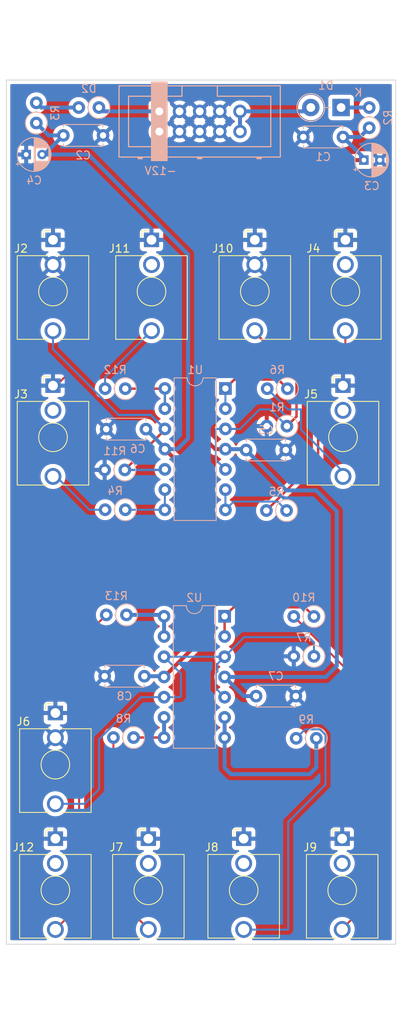
<source format=kicad_pcb>
(kicad_pcb (version 20221018) (generator pcbnew)
  (layers (0 "F.Cu" signal) (31 "B.Cu" signal) (34 "B.Paste" user) (35 "F.Paste" user) (36 "B.SilkS" user "B.Silkscreen") (37 "F.SilkS" user "F.Silkscreen") (38 "B.Mask" user) (39 "F.Mask" user) (44 "Edge.Cuts" user))
  (net 0 "")
  (net 1 "GND")
  (net 2 "+12V")
  (net 3 "-12V")
  (net 4 "/D+")
  (net 5 "/12+")
  (net 6 "/12-")
  (net 7 "/D-")
  (net 8 "Net-(J2-PadT)")
  (net 9 "Net-(J3-PadT)")
  (net 11 "Net-(J4-PadT)")
  (net 13 "Net-(J5-PadT)")
  (net 15 "Net-(J6-PadT)")
  (net 16 "Net-(J7-PadT)")
  (net 18 "Net-(J8-PadT)")
  (net 20 "Net-(J9-PadT)")
  (net 22 "Net-(J10-PadT)")
  (net 23 "Net-(J11-PadT)")
  (net 25 "Net-(J12-PadT)")
  (net 27 "Net-(R4-Pad1)")
  (net 28 "Net-(R5-Pad1)")
  (net 29 "Net-(R6-Pad1)")
  (net 30 "Net-(R8-Pad1)")
  (net 31 "Net-(R9-Pad1)")
  (net 32 "Net-(R10-Pad1)")
  (net 33 "Net-(R12-Pad1)")
  (net 34 "Net-(R13-Pad1)")
  (footprint "Connector_Audio:Jack_3.5mm_QingPu_WQP-PJ398SM_Vertical_CircularHoles" (layer "F.Cu") (at 175.8 54.72)
    (fp_text reference "J4" (at -4.03 1.08 180) (layer "F.SilkS"))
    (fp_text value "OUT2A")
    (pad "S" thru_hole rect (at 0 0 180) (size 1.93 1.83) (drill 1.22) (layers "*.Cu" "*.Mask") (net 1 "GND"))
    (pad "T" thru_hole circle (at 0 11.4 180) (size 2.13 2.13) (drill 1.43) (layers "*.Cu" "*.Mask") (net 11 "Net-(J4-PadT)"))
    (pad "TN" thru_hole circle (at 0 3.1 180) (size 2.13 2.13) (drill 1.42) (layers "*.Cu" "*.Mask"))
    (zone (net 0) (net_name "") (layer "F.Cu") (connect_pads (clearance 0)) (min_thickness 0.254)
      (keepout (tracks not_allowed) (vias not_allowed) (pads not_allowed) (copperpour not_allowed) (footprints not_allowed))
      (fill (thermal_gap 0.508) (thermal_bridge_width 0.508))
      (polygon (pts (xy 177.305141 61.2) (xy 177.28493 60.954171) (xy 177.224841 60.714945) (xy 177.126486 60.488744) (xy 176.992508 60.281645) (xy 176.826504 60.09921) (xy 176.632932 59.946336) (xy 176.416992 59.827131) (xy 176.184482 59.744794) (xy 175.941646 59.701539) (xy 175.695007 59.698525) (xy 175.451187 59.735835) (xy 175.216734 59.812466) (xy 174.997946 59.92636) (xy 174.800697 60.074458) (xy 174.630286 60.252784) (xy 174.491288 60.456548) (xy 174.387436 60.680278) (xy 174.321519 60.917965) (xy 174.295308 61.163226) (xy 174.309507 61.409475) (xy 174.363734 61.650099) (xy 174.456532 61.878634) (xy 174.585411 62.088945) (xy 174.746908 62.275382) (xy 174.936687 62.432939) (xy 175.14965 62.557385) (xy 175.380079 62.645377) (xy 175.621785 62.694553) (xy 175.868278 62.703592) (xy 176.112936 62.67225) (xy 176.349191 62.60137) (xy 176.570697 62.492856) (xy 176.771505 62.349621) (xy 176.946223 62.175512) (xy 177.090158 61.975205) (xy 177.199445 61.754079) (xy 177.271149 61.518074) (xy 177.303344 61.273526)))
    )
  )
  (footprint "Connector_Audio:Jack_3.5mm_QingPu_WQP-PJ398SM_Vertical_CircularHoles" (layer "F.Cu") (at 139.3 114.12)
    (fp_text reference "J6" (at -4.03 1.08 180) (layer "F.SilkS"))
    (fp_text value "IN3")
    (pad "S" thru_hole rect (at 0 0 180) (size 1.93 1.83) (drill 1.22) (layers "*.Cu" "*.Mask") (net 1 "GND"))
    (pad "T" thru_hole circle (at 0 11.4 180) (size 2.13 2.13) (drill 1.43) (layers "*.Cu" "*.Mask") (net 15 "Net-(J6-PadT)"))
    (pad "TN" thru_hole circle (at 0 3.1 180) (size 2.13 2.13) (drill 1.42) (layers "*.Cu" "*.Mask") (net 1 "GND"))
    (zone (net 0) (net_name "") (layer "F.Cu") (connect_pads (clearance 0)) (min_thickness 0.254)
      (keepout (tracks not_allowed) (vias not_allowed) (pads not_allowed) (copperpour not_allowed) (footprints not_allowed))
      (fill (thermal_gap 0.508) (thermal_bridge_width 0.508))
      (polygon (pts (xy 140.805141 120.6) (xy 140.78493 120.354171) (xy 140.724841 120.114945) (xy 140.626486 119.888744) (xy 140.492508 119.681645) (xy 140.326504 119.49921) (xy 140.132932 119.346336) (xy 139.916992 119.227131) (xy 139.684482 119.144794) (xy 139.441646 119.101539) (xy 139.195007 119.098525) (xy 138.951187 119.135835) (xy 138.716734 119.212466) (xy 138.497946 119.32636) (xy 138.300697 119.474458) (xy 138.130286 119.652784) (xy 137.991288 119.856548) (xy 137.887436 120.080278) (xy 137.821519 120.317965) (xy 137.795308 120.563226) (xy 137.809507 120.809475) (xy 137.863734 121.050099) (xy 137.956532 121.278634) (xy 138.085411 121.488945) (xy 138.246908 121.675382) (xy 138.436687 121.832939) (xy 138.64965 121.957385) (xy 138.880079 122.045377) (xy 139.121785 122.094553) (xy 139.368278 122.103592) (xy 139.612936 122.07225) (xy 139.849191 122.00137) (xy 140.070697 121.892856) (xy 140.271505 121.749621) (xy 140.446223 121.575512) (xy 140.590158 121.375205) (xy 140.699445 121.154079) (xy 140.771149 120.918074) (xy 140.803344 120.673526)))
    )
  )
  (footprint "Connector_Audio:Jack_3.5mm_QingPu_WQP-PJ398SM_Vertical_CircularHoles" (layer "F.Cu") (at 139.3 129.9)
    (fp_text reference "J12" (at -4.03 1.08 180) (layer "F.SilkS"))
    (fp_text value "OUT4C")
    (pad "S" thru_hole rect (at 0 0 180) (size 1.93 1.83) (drill 1.22) (layers "*.Cu" "*.Mask") (net 1 "GND"))
    (pad "T" thru_hole circle (at 0 11.4 180) (size 2.13 2.13) (drill 1.43) (layers "*.Cu" "*.Mask") (net 25 "Net-(J12-PadT)"))
    (pad "TN" thru_hole circle (at 0 3.1 180) (size 2.13 2.13) (drill 1.42) (layers "*.Cu" "*.Mask"))
    (zone (net 0) (net_name "") (layer "F.Cu") (connect_pads (clearance 0)) (min_thickness 0.254)
      (keepout (tracks not_allowed) (vias not_allowed) (pads not_allowed) (copperpour not_allowed) (footprints not_allowed))
      (fill (thermal_gap 0.508) (thermal_bridge_width 0.508))
      (polygon (pts (xy 140.805141 136.38) (xy 140.78493 136.134171) (xy 140.724841 135.894945) (xy 140.626486 135.668744) (xy 140.492508 135.461645) (xy 140.326504 135.27921) (xy 140.132932 135.126336) (xy 139.916992 135.007131) (xy 139.684482 134.924794) (xy 139.441646 134.881539) (xy 139.195007 134.878525) (xy 138.951187 134.915835) (xy 138.716734 134.992466) (xy 138.497946 135.10636) (xy 138.300697 135.254458) (xy 138.130286 135.432784) (xy 137.991288 135.636548) (xy 137.887436 135.860278) (xy 137.821519 136.097965) (xy 137.795308 136.343226) (xy 137.809507 136.589475) (xy 137.863734 136.830099) (xy 137.956532 137.058634) (xy 138.085411 137.268945) (xy 138.246908 137.455382) (xy 138.436687 137.612939) (xy 138.64965 137.737385) (xy 138.880079 137.825377) (xy 139.121785 137.874553) (xy 139.368278 137.883592) (xy 139.612936 137.85225) (xy 139.849191 137.78137) (xy 140.070697 137.672856) (xy 140.271505 137.529621) (xy 140.446223 137.355512) (xy 140.590158 137.155205) (xy 140.699445 136.934079) (xy 140.771149 136.698074) (xy 140.803344 136.453526)))
    )
  )
  (footprint "Connector_Audio:Jack_3.5mm_QingPu_WQP-PJ398SM_Vertical_CircularHoles" (layer "F.Cu") (at 164.4 54.72)
    (fp_text reference "J10" (at -4.03 1.08 180) (layer "F.SilkS"))
    (fp_text value "IN1")
    (pad "S" thru_hole rect (at 0 0 180) (size 1.93 1.83) (drill 1.22) (layers "*.Cu" "*.Mask") (net 1 "GND"))
    (pad "T" thru_hole circle (at 0 11.4 180) (size 2.13 2.13) (drill 1.43) (layers "*.Cu" "*.Mask") (net 22 "Net-(J10-PadT)"))
    (pad "TN" thru_hole circle (at 0 3.1 180) (size 2.13 2.13) (drill 1.42) (layers "*.Cu" "*.Mask") (net 1 "GND"))
    (zone (net 0) (net_name "") (layer "F.Cu") (connect_pads (clearance 0)) (min_thickness 0.254)
      (keepout (tracks not_allowed) (vias not_allowed) (pads not_allowed) (copperpour not_allowed) (footprints not_allowed))
      (fill (thermal_gap 0.508) (thermal_bridge_width 0.508))
      (polygon (pts (xy 165.905141 61.2) (xy 165.88493 60.954171) (xy 165.824841 60.714945) (xy 165.726486 60.488744) (xy 165.592508 60.281645) (xy 165.426504 60.09921) (xy 165.232932 59.946336) (xy 165.016992 59.827131) (xy 164.784482 59.744794) (xy 164.541646 59.701539) (xy 164.295007 59.698525) (xy 164.051187 59.735835) (xy 163.816734 59.812466) (xy 163.597946 59.92636) (xy 163.400697 60.074458) (xy 163.230286 60.252784) (xy 163.091288 60.456548) (xy 162.987436 60.680278) (xy 162.921519 60.917965) (xy 162.895308 61.163226) (xy 162.909507 61.409475) (xy 162.963734 61.650099) (xy 163.056532 61.878634) (xy 163.185411 62.088945) (xy 163.346908 62.275382) (xy 163.536687 62.432939) (xy 163.74965 62.557385) (xy 163.980079 62.645377) (xy 164.221785 62.694553) (xy 164.468278 62.703592) (xy 164.712936 62.67225) (xy 164.949191 62.60137) (xy 165.170697 62.492856) (xy 165.371505 62.349621) (xy 165.546223 62.175512) (xy 165.690158 61.975205) (xy 165.799445 61.754079) (xy 165.871149 61.518074) (xy 165.903344 61.273526)))
    )
  )
  (footprint "Connector_Audio:Jack_3.5mm_QingPu_WQP-PJ398SM_Vertical_CircularHoles" (layer "F.Cu") (at 151.4 54.72)
    (fp_text reference "J11" (at -4.03 1.08 180) (layer "F.SilkS"))
    (fp_text value "OUT2B")
    (pad "S" thru_hole rect (at 0 0 180) (size 1.93 1.83) (drill 1.22) (layers "*.Cu" "*.Mask") (net 1 "GND"))
    (pad "T" thru_hole circle (at 0 11.4 180) (size 2.13 2.13) (drill 1.43) (layers "*.Cu" "*.Mask") (net 23 "Net-(J11-PadT)"))
    (pad "TN" thru_hole circle (at 0 3.1 180) (size 2.13 2.13) (drill 1.42) (layers "*.Cu" "*.Mask"))
    (zone (net 0) (net_name "") (layer "F.Cu") (connect_pads (clearance 0)) (min_thickness 0.254)
      (keepout (tracks not_allowed) (vias not_allowed) (pads not_allowed) (copperpour not_allowed) (footprints not_allowed))
      (fill (thermal_gap 0.508) (thermal_bridge_width 0.508))
      (polygon (pts (xy 152.905141 61.2) (xy 152.88493 60.954171) (xy 152.824841 60.714945) (xy 152.726486 60.488744) (xy 152.592508 60.281645) (xy 152.426504 60.09921) (xy 152.232932 59.946336) (xy 152.016992 59.827131) (xy 151.784482 59.744794) (xy 151.541646 59.701539) (xy 151.295007 59.698525) (xy 151.051187 59.735835) (xy 150.816734 59.812466) (xy 150.597946 59.92636) (xy 150.400697 60.074458) (xy 150.230286 60.252784) (xy 150.091288 60.456548) (xy 149.987436 60.680278) (xy 149.921519 60.917965) (xy 149.895308 61.163226) (xy 149.909507 61.409475) (xy 149.963734 61.650099) (xy 150.056532 61.878634) (xy 150.185411 62.088945) (xy 150.346908 62.275382) (xy 150.536687 62.432939) (xy 150.74965 62.557385) (xy 150.980079 62.645377) (xy 151.221785 62.694553) (xy 151.468278 62.703592) (xy 151.712936 62.67225) (xy 151.949191 62.60137) (xy 152.170697 62.492856) (xy 152.371505 62.349621) (xy 152.546223 62.175512) (xy 152.690158 61.975205) (xy 152.799445 61.754079) (xy 152.871149 61.518074) (xy 152.903344 61.273526)))
    )
  )
  (footprint "Connector_Audio:Jack_3.5mm_QingPu_WQP-PJ398SM_Vertical_CircularHoles" (layer "F.Cu") (at 163 129.9)
    (fp_text reference "J8" (at -4.03 1.08 180) (layer "F.SilkS"))
    (fp_text value "OUT2C")
    (pad "S" thru_hole rect (at 0 0 180) (size 1.93 1.83) (drill 1.22) (layers "*.Cu" "*.Mask") (net 1 "GND"))
    (pad "T" thru_hole circle (at 0 11.4 180) (size 2.13 2.13) (drill 1.43) (layers "*.Cu" "*.Mask") (net 18 "Net-(J8-PadT)"))
    (pad "TN" thru_hole circle (at 0 3.1 180) (size 2.13 2.13) (drill 1.42) (layers "*.Cu" "*.Mask"))
    (zone (net 0) (net_name "") (layer "F.Cu") (connect_pads (clearance 0)) (min_thickness 0.254)
      (keepout (tracks not_allowed) (vias not_allowed) (pads not_allowed) (copperpour not_allowed) (footprints not_allowed))
      (fill (thermal_gap 0.508) (thermal_bridge_width 0.508))
      (polygon (pts (xy 164.505141 136.38) (xy 164.48493 136.134171) (xy 164.424841 135.894945) (xy 164.326486 135.668744) (xy 164.192508 135.461645) (xy 164.026504 135.27921) (xy 163.832932 135.126336) (xy 163.616992 135.007131) (xy 163.384482 134.924794) (xy 163.141646 134.881539) (xy 162.895007 134.878525) (xy 162.651187 134.915835) (xy 162.416734 134.992466) (xy 162.197946 135.10636) (xy 162.000697 135.254458) (xy 161.830286 135.432784) (xy 161.691288 135.636548) (xy 161.587436 135.860278) (xy 161.521519 136.097965) (xy 161.495308 136.343226) (xy 161.509507 136.589475) (xy 161.563734 136.830099) (xy 161.656532 137.058634) (xy 161.785411 137.268945) (xy 161.946908 137.455382) (xy 162.136687 137.612939) (xy 162.34965 137.737385) (xy 162.580079 137.825377) (xy 162.821785 137.874553) (xy 163.068278 137.883592) (xy 163.312936 137.85225) (xy 163.549191 137.78137) (xy 163.770697 137.672856) (xy 163.971505 137.529621) (xy 164.146223 137.355512) (xy 164.290158 137.155205) (xy 164.399445 136.934079) (xy 164.471149 136.698074) (xy 164.503344 136.453526)))
    )
  )
  (footprint "Connector_Audio:Jack_3.5mm_QingPu_WQP-PJ398SM_Vertical_CircularHoles" (layer "F.Cu") (at 151 129.9)
    (fp_text reference "J7" (at -4.03 1.08 180) (layer "F.SilkS"))
    (fp_text value "OUT3C")
    (pad "S" thru_hole rect (at 0 0 180) (size 1.93 1.83) (drill 1.22) (layers "*.Cu" "*.Mask") (net 1 "GND"))
    (pad "T" thru_hole circle (at 0 11.4 180) (size 2.13 2.13) (drill 1.43) (layers "*.Cu" "*.Mask") (net 16 "Net-(J7-PadT)"))
    (pad "TN" thru_hole circle (at 0 3.1 180) (size 2.13 2.13) (drill 1.42) (layers "*.Cu" "*.Mask"))
    (zone (net 0) (net_name "") (layer "F.Cu") (connect_pads (clearance 0)) (min_thickness 0.254)
      (keepout (tracks not_allowed) (vias not_allowed) (pads not_allowed) (copperpour not_allowed) (footprints not_allowed))
      (fill (thermal_gap 0.508) (thermal_bridge_width 0.508))
      (polygon (pts (xy 152.505141 136.38) (xy 152.48493 136.134171) (xy 152.424841 135.894945) (xy 152.326486 135.668744) (xy 152.192508 135.461645) (xy 152.026504 135.27921) (xy 151.832932 135.126336) (xy 151.616992 135.007131) (xy 151.384482 134.924794) (xy 151.141646 134.881539) (xy 150.895007 134.878525) (xy 150.651187 134.915835) (xy 150.416734 134.992466) (xy 150.197946 135.10636) (xy 150.000697 135.254458) (xy 149.830286 135.432784) (xy 149.691288 135.636548) (xy 149.587436 135.860278) (xy 149.521519 136.097965) (xy 149.495308 136.343226) (xy 149.509507 136.589475) (xy 149.563734 136.830099) (xy 149.656532 137.058634) (xy 149.785411 137.268945) (xy 149.946908 137.455382) (xy 150.136687 137.612939) (xy 150.34965 137.737385) (xy 150.580079 137.825377) (xy 150.821785 137.874553) (xy 151.068278 137.883592) (xy 151.312936 137.85225) (xy 151.549191 137.78137) (xy 151.770697 137.672856) (xy 151.971505 137.529621) (xy 152.146223 137.355512) (xy 152.290158 137.155205) (xy 152.399445 136.934079) (xy 152.471149 136.698074) (xy 152.503344 136.453526)))
    )
  )
  (footprint "Connector_Audio:Jack_3.5mm_QingPu_WQP-PJ398SM_Vertical_CircularHoles" (layer "F.Cu") (at 175.5 73.02)
    (fp_text reference "J5" (at -4.03 1.08 180) (layer "F.SilkS"))
    (fp_text value "OUT1A")
    (pad "S" thru_hole rect (at 0 0 180) (size 1.93 1.83) (drill 1.22) (layers "*.Cu" "*.Mask") (net 1 "GND"))
    (pad "T" thru_hole circle (at 0 11.4 180) (size 2.13 2.13) (drill 1.43) (layers "*.Cu" "*.Mask") (net 13 "Net-(J5-PadT)"))
    (pad "TN" thru_hole circle (at 0 3.1 180) (size 2.13 2.13) (drill 1.42) (layers "*.Cu" "*.Mask"))
    (zone (net 0) (net_name "") (layer "F.Cu") (connect_pads (clearance 0)) (min_thickness 0.254)
      (keepout (tracks not_allowed) (vias not_allowed) (pads not_allowed) (copperpour not_allowed) (footprints not_allowed))
      (fill (thermal_gap 0.508) (thermal_bridge_width 0.508))
      (polygon (pts (xy 177.005141 79.5) (xy 176.98493 79.254171) (xy 176.924841 79.014945) (xy 176.826486 78.788744) (xy 176.692508 78.581645) (xy 176.526504 78.39921) (xy 176.332932 78.246336) (xy 176.116992 78.127131) (xy 175.884482 78.044794) (xy 175.641646 78.001539) (xy 175.395007 77.998525) (xy 175.151187 78.035835) (xy 174.916734 78.112466) (xy 174.697946 78.22636) (xy 174.500697 78.374458) (xy 174.330286 78.552784) (xy 174.191288 78.756548) (xy 174.087436 78.980278) (xy 174.021519 79.217965) (xy 173.995308 79.463226) (xy 174.009507 79.709475) (xy 174.063734 79.950099) (xy 174.156532 80.178634) (xy 174.285411 80.388945) (xy 174.446908 80.575382) (xy 174.636687 80.732939) (xy 174.84965 80.857385) (xy 175.080079 80.945377) (xy 175.321785 80.994553) (xy 175.568278 81.003592) (xy 175.812936 80.97225) (xy 176.049191 80.90137) (xy 176.270697 80.792856) (xy 176.471505 80.649621) (xy 176.646223 80.475512) (xy 176.790158 80.275205) (xy 176.899445 80.054079) (xy 176.971149 79.818074) (xy 177.003344 79.573526)))
    )
  )
  (footprint "Connector_Audio:Jack_3.5mm_QingPu_WQP-PJ398SM_Vertical_CircularHoles" (layer "F.Cu") (at 175.4 129.9)
    (fp_text reference "J9" (at -4.03 1.08 180) (layer "F.SilkS"))
    (fp_text value "OUT1C")
    (pad "S" thru_hole rect (at 0 0 180) (size 1.93 1.83) (drill 1.22) (layers "*.Cu" "*.Mask") (net 1 "GND"))
    (pad "T" thru_hole circle (at 0 11.4 180) (size 2.13 2.13) (drill 1.43) (layers "*.Cu" "*.Mask") (net 20 "Net-(J9-PadT)"))
    (pad "TN" thru_hole circle (at 0 3.1 180) (size 2.13 2.13) (drill 1.42) (layers "*.Cu" "*.Mask"))
    (zone (net 0) (net_name "") (layer "F.Cu") (connect_pads (clearance 0)) (min_thickness 0.254)
      (keepout (tracks not_allowed) (vias not_allowed) (pads not_allowed) (copperpour not_allowed) (footprints not_allowed))
      (fill (thermal_gap 0.508) (thermal_bridge_width 0.508))
      (polygon (pts (xy 176.905141 136.38) (xy 176.88493 136.134171) (xy 176.824841 135.894945) (xy 176.726486 135.668744) (xy 176.592508 135.461645) (xy 176.426504 135.27921) (xy 176.232932 135.126336) (xy 176.016992 135.007131) (xy 175.784482 134.924794) (xy 175.541646 134.881539) (xy 175.295007 134.878525) (xy 175.051187 134.915835) (xy 174.816734 134.992466) (xy 174.597946 135.10636) (xy 174.400697 135.254458) (xy 174.230286 135.432784) (xy 174.091288 135.636548) (xy 173.987436 135.860278) (xy 173.921519 136.097965) (xy 173.895308 136.343226) (xy 173.909507 136.589475) (xy 173.963734 136.830099) (xy 174.056532 137.058634) (xy 174.185411 137.268945) (xy 174.346908 137.455382) (xy 174.536687 137.612939) (xy 174.74965 137.737385) (xy 174.980079 137.825377) (xy 175.221785 137.874553) (xy 175.468278 137.883592) (xy 175.712936 137.85225) (xy 175.949191 137.78137) (xy 176.170697 137.672856) (xy 176.371505 137.529621) (xy 176.546223 137.355512) (xy 176.690158 137.155205) (xy 176.799445 136.934079) (xy 176.871149 136.698074) (xy 176.903344 136.453526)))
    )
  )
  (footprint "Connector_Audio:Jack_3.5mm_QingPu_WQP-PJ398SM_Vertical_CircularHoles" (layer "F.Cu") (at 139 73.02)
    (fp_text reference "J3" (at -4.03 1.08 180) (layer "F.SilkS"))
    (fp_text value "OUT1A")
    (pad "S" thru_hole rect (at 0 0 180) (size 1.93 1.83) (drill 1.22) (layers "*.Cu" "*.Mask") (net 1 "GND"))
    (pad "T" thru_hole circle (at 0 11.4 180) (size 2.13 2.13) (drill 1.43) (layers "*.Cu" "*.Mask") (net 9 "Net-(J3-PadT)"))
    (pad "TN" thru_hole circle (at 0 3.1 180) (size 2.13 2.13) (drill 1.42) (layers "*.Cu" "*.Mask"))
    (zone (net 0) (net_name "") (layer "F.Cu") (connect_pads (clearance 0)) (min_thickness 0.254)
      (keepout (tracks not_allowed) (vias not_allowed) (pads not_allowed) (copperpour not_allowed) (footprints not_allowed))
      (fill (thermal_gap 0.508) (thermal_bridge_width 0.508))
      (polygon (pts (xy 140.505141 79.5) (xy 140.48493 79.254171) (xy 140.424841 79.014945) (xy 140.326486 78.788744) (xy 140.192508 78.581645) (xy 140.026504 78.39921) (xy 139.832932 78.246336) (xy 139.616992 78.127131) (xy 139.384482 78.044794) (xy 139.141646 78.001539) (xy 138.895007 77.998525) (xy 138.651187 78.035835) (xy 138.416734 78.112466) (xy 138.197946 78.22636) (xy 138.000697 78.374458) (xy 137.830286 78.552784) (xy 137.691288 78.756548) (xy 137.587436 78.980278) (xy 137.521519 79.217965) (xy 137.495308 79.463226) (xy 137.509507 79.709475) (xy 137.563734 79.950099) (xy 137.656532 80.178634) (xy 137.785411 80.388945) (xy 137.946908 80.575382) (xy 138.136687 80.732939) (xy 138.34965 80.857385) (xy 138.580079 80.945377) (xy 138.821785 80.994553) (xy 139.068278 81.003592) (xy 139.312936 80.97225) (xy 139.549191 80.90137) (xy 139.770697 80.792856) (xy 139.971505 80.649621) (xy 140.146223 80.475512) (xy 140.290158 80.275205) (xy 140.399445 80.054079) (xy 140.471149 79.818074) (xy 140.503344 79.573526)))
    )
  )
  (footprint "Connector_Audio:Jack_3.5mm_QingPu_WQP-PJ398SM_Vertical_CircularHoles" (layer "F.Cu") (at 139 54.72)
    (fp_text reference "J2" (at -4.03 1.08 180) (layer "F.SilkS"))
    (fp_text value "IN2")
    (pad "S" thru_hole rect (at 0 0 180) (size 1.93 1.83) (drill 1.22) (layers "*.Cu" "*.Mask") (net 1 "GND"))
    (pad "T" thru_hole circle (at 0 11.4 180) (size 2.13 2.13) (drill 1.43) (layers "*.Cu" "*.Mask") (net 8 "Net-(J2-PadT)"))
    (pad "TN" thru_hole circle (at 0 3.1 180) (size 2.13 2.13) (drill 1.42) (layers "*.Cu" "*.Mask") (net 1 "GND"))
    (zone (net 0) (net_name "") (layer "F.Cu") (connect_pads (clearance 0)) (min_thickness 0.254)
      (keepout (tracks not_allowed) (vias not_allowed) (pads not_allowed) (copperpour not_allowed) (footprints not_allowed))
      (fill (thermal_gap 0.508) (thermal_bridge_width 0.508))
      (polygon (pts (xy 140.505141 61.2) (xy 140.48493 60.954171) (xy 140.424841 60.714945) (xy 140.326486 60.488744) (xy 140.192508 60.281645) (xy 140.026504 60.09921) (xy 139.832932 59.946336) (xy 139.616992 59.827131) (xy 139.384482 59.744794) (xy 139.141646 59.701539) (xy 138.895007 59.698525) (xy 138.651187 59.735835) (xy 138.416734 59.812466) (xy 138.197946 59.92636) (xy 138.000697 60.074458) (xy 137.830286 60.252784) (xy 137.691288 60.456548) (xy 137.587436 60.680278) (xy 137.521519 60.917965) (xy 137.495308 61.163226) (xy 137.509507 61.409475) (xy 137.563734 61.650099) (xy 137.656532 61.878634) (xy 137.785411 62.088945) (xy 137.946908 62.275382) (xy 138.136687 62.432939) (xy 138.34965 62.557385) (xy 138.580079 62.645377) (xy 138.821785 62.694553) (xy 139.068278 62.703592) (xy 139.312936 62.67225) (xy 139.549191 62.60137) (xy 139.770697 62.492856) (xy 139.971505 62.349621) (xy 140.146223 62.175512) (xy 140.290158 61.975205) (xy 140.399445 61.754079) (xy 140.471149 61.518074) (xy 140.503344 61.273526)))
    )
  )
  (footprint "Resistor_THT:R_Axial_DIN0207_L6.3mm_D2.5mm_P2.54mm_Vertical" (layer "B.Cu") (at 171.845 107 180)
    (fp_text reference "R7" (at 1.27 2.37) (layer "B.SilkS") (effects (justify mirror)))
    (fp_text value "100k")
    (pad "1" thru_hole circle (at 0 0 180) (size 1.6 1.6) (drill 0.8) (layers "*.Cu" "*.Mask") (net 15 "Net-(J6-PadT)"))
    (pad "2" thru_hole oval (at 2.54 0 180) (size 1.6 1.6) (drill 0.8) (layers "*.Cu" "*.Mask") (net 1 "GND"))
  )
  (footprint "Resistor_THT:R_Axial_DIN0207_L6.3mm_D2.5mm_P2.54mm_Vertical" (layer "B.Cu") (at 172.145 117.3 180)
    (fp_text reference "R9" (at 1.27 2.37) (layer "B.SilkS") (effects (justify mirror)))
    (fp_text value "1k")
    (pad "1" thru_hole circle (at 0 0 180) (size 1.6 1.6) (drill 0.8) (layers "*.Cu" "*.Mask") (net 31 "Net-(R9-Pad1)"))
    (pad "2" thru_hole oval (at 2.54 0 180) (size 1.6 1.6) (drill 0.8) (layers "*.Cu" "*.Mask") (net 18 "Net-(J8-PadT)"))
  )
  (footprint "Resistor_THT:R_Axial_DIN0207_L6.3mm_D2.5mm_P2.54mm_Vertical" (layer "B.Cu") (at 168.4 88.7 180)
    (fp_text reference "R5" (at 1.27 2.37) (layer "B.SilkS") (effects (justify mirror)))
    (fp_text value "1k")
    (pad "1" thru_hole circle (at 0 0 180) (size 1.6 1.6) (drill 0.8) (layers "*.Cu" "*.Mask") (net 28 "Net-(R5-Pad1)"))
    (pad "2" thru_hole oval (at 2.54 0 180) (size 1.6 1.6) (drill 0.8) (layers "*.Cu" "*.Mask") (net 11 "Net-(J4-PadT)"))
  )
  (footprint "Capacitor_THT:C_Disc_D4.7mm_W2.5mm_P5.00mm" (layer "B.Cu") (at 169.56 112 180)
    (fp_text reference "C7" (at 2.5 2.5) (layer "B.SilkS") (effects (justify mirror)))
    (fp_text value "0.1u")
    (pad "1" thru_hole circle (at 0 0 180) (size 1.6 1.6) (drill 0.8) (layers "*.Cu" "*.Mask") (net 1 "GND"))
    (pad "2" thru_hole circle (at 5 0 180) (size 1.6 1.6) (drill 0.8) (layers "*.Cu" "*.Mask") (net 2 "+12V"))
  )
  (footprint "Capacitor_THT:CP_Radial_D4.0mm_P2.00mm" (layer "B.Cu") (at 135.6274 44)
    (fp_text reference "C4" (at 1 3.25) (layer "B.SilkS") (effects (justify mirror)))
    (fp_text value "47u")
    (pad "1" thru_hole rect (at 0 0) (size 1.2 1.2) (drill 0.6) (layers "*.Cu" "*.Mask") (net 1 "GND"))
    (pad "2" thru_hole circle (at 2 0) (size 1.2 1.2) (drill 0.6) (layers "*.Cu" "*.Mask") (net 3 "-12V"))
  )
  (footprint "Resistor_THT:R_Axial_DIN0207_L6.3mm_D2.5mm_P2.54mm_Vertical" (layer "B.Cu") (at 149.145 117.2 180)
    (fp_text reference "R8" (at 1.27 2.37) (layer "B.SilkS") (effects (justify mirror)))
    (fp_text value "1k")
    (pad "1" thru_hole circle (at 0 0 180) (size 1.6 1.6) (drill 0.8) (layers "*.Cu" "*.Mask") (net 30 "Net-(R8-Pad1)"))
    (pad "2" thru_hole oval (at 2.54 0 180) (size 1.6 1.6) (drill 0.8) (layers "*.Cu" "*.Mask") (net 16 "Net-(J7-PadT)"))
  )
  (footprint "Resistor_THT:R_Axial_DIN0207_L6.3mm_D2.5mm_P2.54mm_Vertical" (layer "B.Cu") (at 178.8 40.645 90)
    (fp_text reference "R2" (at 1.27 2.37 90) (layer "B.SilkS") (effects (justify mirror)))
    (fp_text value "10")
    (pad "1" thru_hole circle (at 0 0 90) (size 1.6 1.6) (drill 0.8) (layers "*.Cu" "*.Mask") (net 2 "+12V"))
    (pad "2" thru_hole oval (at 2.54 0 90) (size 1.6 1.6) (drill 0.8) (layers "*.Cu" "*.Mask") (net 4 "/D+"))
  )
  (footprint "Package_DIP:DIP-14_W7.62mm" (layer "B.Cu") (at 160.7 73.375 180)
    (fp_text reference "U1" (at 3.81 2.33) (layer "B.SilkS") (effects (justify mirror)))
    (fp_text value "TL074")
    (pad "1" thru_hole rect (at 0 0 180) (size 1.6 1.6) (drill 0.8) (layers "*.Cu" "*.Mask") (net 29 "Net-(R6-Pad1)"))
    (pad "2" thru_hole oval (at 0 -2.54 180) (size 1.6 1.6) (drill 0.8) (layers "*.Cu" "*.Mask") (net 29 "Net-(R6-Pad1)"))
    (pad "3" thru_hole oval (at 0 -5.08 180) (size 1.6 1.6) (drill 0.8) (layers "*.Cu" "*.Mask") (net 22 "Net-(J10-PadT)"))
    (pad "4" thru_hole oval (at 0 -7.62 180) (size 1.6 1.6) (drill 0.8) (layers "*.Cu" "*.Mask") (net 2 "+12V"))
    (pad "5" thru_hole oval (at 0 -10.16 180) (size 1.6 1.6) (drill 0.8) (layers "*.Cu" "*.Mask") (net 22 "Net-(J10-PadT)"))
    (pad "6" thru_hole oval (at 0 -12.7 180) (size 1.6 1.6) (drill 0.8) (layers "*.Cu" "*.Mask") (net 28 "Net-(R5-Pad1)"))
    (pad "7" thru_hole oval (at 0 -15.24 180) (size 1.6 1.6) (drill 0.8) (layers "*.Cu" "*.Mask") (net 28 "Net-(R5-Pad1)"))
    (pad "8" thru_hole oval (at 7.62 -15.24 180) (size 1.6 1.6) (drill 0.8) (layers "*.Cu" "*.Mask") (net 27 "Net-(R4-Pad1)"))
    (pad "9" thru_hole oval (at 7.62 -12.7 180) (size 1.6 1.6) (drill 0.8) (layers "*.Cu" "*.Mask") (net 27 "Net-(R4-Pad1)"))
    (pad "10" thru_hole oval (at 7.62 -10.16 180) (size 1.6 1.6) (drill 0.8) (layers "*.Cu" "*.Mask") (net 8 "Net-(J2-PadT)"))
    (pad "11" thru_hole oval (at 7.62 -7.62 180) (size 1.6 1.6) (drill 0.8) (layers "*.Cu" "*.Mask") (net 3 "-12V"))
    (pad "12" thru_hole oval (at 7.62 -5.08 180) (size 1.6 1.6) (drill 0.8) (layers "*.Cu" "*.Mask") (net 8 "Net-(J2-PadT)"))
    (pad "13" thru_hole oval (at 7.62 -2.54 180) (size 1.6 1.6) (drill 0.8) (layers "*.Cu" "*.Mask") (net 33 "Net-(R12-Pad1)"))
    (pad "14" thru_hole oval (at 7.62 0 180) (size 1.6 1.6) (drill 0.8) (layers "*.Cu" "*.Mask") (net 33 "Net-(R12-Pad1)"))
  )
  (footprint "Package_DIP:DIP-14_W7.62mm" (layer "B.Cu") (at 160.6 101.975 180)
    (fp_text reference "U2" (at 3.81 2.33) (layer "B.SilkS") (effects (justify mirror)))
    (fp_text value "TL074")
    (pad "1" thru_hole rect (at 0 0 180) (size 1.6 1.6) (drill 0.8) (layers "*.Cu" "*.Mask") (net 32 "Net-(R10-Pad1)"))
    (pad "2" thru_hole oval (at 0 -2.54 180) (size 1.6 1.6) (drill 0.8) (layers "*.Cu" "*.Mask") (net 32 "Net-(R10-Pad1)"))
    (pad "3" thru_hole oval (at 0 -5.08 180) (size 1.6 1.6) (drill 0.8) (layers "*.Cu" "*.Mask") (net 15 "Net-(J6-PadT)"))
    (pad "4" thru_hole oval (at 0 -7.62 180) (size 1.6 1.6) (drill 0.8) (layers "*.Cu" "*.Mask") (net 2 "+12V"))
    (pad "5" thru_hole oval (at 0 -10.16 180) (size 1.6 1.6) (drill 0.8) (layers "*.Cu" "*.Mask") (net 15 "Net-(J6-PadT)"))
    (pad "6" thru_hole oval (at 0 -12.7 180) (size 1.6 1.6) (drill 0.8) (layers "*.Cu" "*.Mask") (net 31 "Net-(R9-Pad1)"))
    (pad "7" thru_hole oval (at 0 -15.24 180) (size 1.6 1.6) (drill 0.8) (layers "*.Cu" "*.Mask") (net 31 "Net-(R9-Pad1)"))
    (pad "8" thru_hole oval (at 7.62 -15.24 180) (size 1.6 1.6) (drill 0.8) (layers "*.Cu" "*.Mask") (net 30 "Net-(R8-Pad1)"))
    (pad "9" thru_hole oval (at 7.62 -12.7 180) (size 1.6 1.6) (drill 0.8) (layers "*.Cu" "*.Mask") (net 30 "Net-(R8-Pad1)"))
    (pad "10" thru_hole oval (at 7.62 -10.16 180) (size 1.6 1.6) (drill 0.8) (layers "*.Cu" "*.Mask") (net 15 "Net-(J6-PadT)"))
    (pad "11" thru_hole oval (at 7.62 -7.62 180) (size 1.6 1.6) (drill 0.8) (layers "*.Cu" "*.Mask") (net 3 "-12V"))
    (pad "12" thru_hole oval (at 7.62 -5.08 180) (size 1.6 1.6) (drill 0.8) (layers "*.Cu" "*.Mask") (net 15 "Net-(J6-PadT)"))
    (pad "13" thru_hole oval (at 7.62 -2.54 180) (size 1.6 1.6) (drill 0.8) (layers "*.Cu" "*.Mask") (net 34 "Net-(R13-Pad1)"))
    (pad "14" thru_hole oval (at 7.62 0 180) (size 1.6 1.6) (drill 0.8) (layers "*.Cu" "*.Mask") (net 34 "Net-(R13-Pad1)"))
  )
  (footprint "Capacitor_THT:CP_Radial_D4.0mm_P2.00mm" (layer "B.Cu") (at 178.1274 44.7)
    (fp_text reference "C3" (at 1 3.25) (layer "B.SilkS") (effects (justify mirror)))
    (fp_text value "47u")
    (pad "1" thru_hole rect (at 0 0) (size 1.2 1.2) (drill 0.6) (layers "*.Cu" "*.Mask") (net 2 "+12V"))
    (pad "2" thru_hole circle (at 2 0) (size 1.2 1.2) (drill 0.6) (layers "*.Cu" "*.Mask") (net 1 "GND"))
  )
  (footprint "Resistor_THT:R_Axial_DIN0207_L6.3mm_D2.5mm_P2.54mm_Vertical" (layer "B.Cu") (at 168.5 73.4 180)
    (fp_text reference "R6" (at 1.27 2.37) (layer "B.SilkS") (effects (justify mirror)))
    (fp_text value "1k")
    (pad "1" thru_hole circle (at 0 0 180) (size 1.6 1.6) (drill 0.8) (layers "*.Cu" "*.Mask") (net 29 "Net-(R6-Pad1)"))
    (pad "2" thru_hole oval (at 2.54 0 180) (size 1.6 1.6) (drill 0.8) (layers "*.Cu" "*.Mask") (net 13 "Net-(J5-PadT)"))
  )
  (footprint "Capacitor_THT:C_Disc_D4.7mm_W2.5mm_P5.00mm" (layer "B.Cu") (at 168.3 81.1 180)
    (fp_text reference "C5" (at 2.5 2.5) (layer "B.SilkS") (effects (justify mirror)))
    (fp_text value "0.1u")
    (pad "1" thru_hole circle (at 0 0 180) (size 1.6 1.6) (drill 0.8) (layers "*.Cu" "*.Mask") (net 1 "GND"))
    (pad "2" thru_hole circle (at 5 0 180) (size 1.6 1.6) (drill 0.8) (layers "*.Cu" "*.Mask") (net 2 "+12V"))
  )
  (footprint "Resistor_THT:R_Axial_DIN0207_L6.3mm_D2.5mm_P2.54mm_Vertical" (layer "B.Cu") (at 148.245 101.8 180)
    (fp_text reference "R13" (at 1.27 2.37) (layer "B.SilkS") (effects (justify mirror)))
    (fp_text value "1k")
    (pad "1" thru_hole circle (at 0 0 180) (size 1.6 1.6) (drill 0.8) (layers "*.Cu" "*.Mask") (net 34 "Net-(R13-Pad1)"))
    (pad "2" thru_hole oval (at 2.54 0 180) (size 1.6 1.6) (drill 0.8) (layers "*.Cu" "*.Mask") (net 25 "Net-(J12-PadT)"))
  )
  (footprint "Custom_Footprints.pretty-master:Eurorack_10_pin_header" (layer "B.Cu") (at 152.38 38.58)
    (fp_text reference "J1" hide)
    (fp_text value "Eurorack 10 DIP Header")
    (fp_text user "-12V" (at 0.16 7.47 180) (layer "B.SilkS") (effects (justify mirror)))
    (pad "1" thru_hole rect (at 0 0) (size 1.7 1.7) (drill 1) (layers "*.Cu" "*.Mask") (net 6 "/12-"))
    (pad "2" thru_hole circle (at 0 2.54) (size 1.7 1.7) (drill 1) (layers "*.Cu" "*.Mask") (net 6 "/12-"))
    (pad "3" thru_hole circle (at 2.54 0) (size 1.7 1.7) (drill 1) (layers "*.Cu" "*.Mask") (net 1 "GND"))
    (pad "4" thru_hole circle (at 2.54 2.54) (size 1.7 1.7) (drill 1) (layers "*.Cu" "*.Mask") (net 1 "GND"))
    (pad "5" thru_hole circle (at 5.08 0) (size 1.7 1.7) (drill 1) (layers "*.Cu" "*.Mask") (net 1 "GND"))
    (pad "6" thru_hole circle (at 5.08 2.54) (size 1.7 1.7) (drill 1) (layers "*.Cu" "*.Mask") (net 1 "GND"))
    (pad "7" thru_hole circle (at 7.62 0) (size 1.7 1.7) (drill 1) (layers "*.Cu" "*.Mask") (net 1 "GND"))
    (pad "8" thru_hole circle (at 7.62 2.54) (size 1.7 1.7) (drill 1) (layers "*.Cu" "*.Mask") (net 1 "GND"))
    (pad "9" thru_hole circle (at 10.16 0) (size 1.7 1.7) (drill 1) (layers "*.Cu" "*.Mask") (net 5 "/12+"))
    (pad "10" thru_hole circle (at 10.16 2.54) (size 1.7 1.7) (drill 1) (layers "*.Cu" "*.Mask") (net 5 "/12+"))
  )
  (footprint "Resistor_THT:R_Axial_DIN0207_L6.3mm_D2.5mm_P2.54mm_Vertical" (layer "B.Cu") (at 168.445 78.1 180)
    (fp_text reference "R1" (at 1.27 2.37) (layer "B.SilkS") (effects (justify mirror)))
    (fp_text value "100k")
    (pad "1" thru_hole circle (at 0 0 180) (size 1.6 1.6) (drill 0.8) (layers "*.Cu" "*.Mask") (net 22 "Net-(J10-PadT)"))
    (pad "2" thru_hole oval (at 2.54 0 180) (size 1.6 1.6) (drill 0.8) (layers "*.Cu" "*.Mask") (net 1 "GND"))
  )
  (footprint "Resistor_THT:R_Axial_DIN0207_L6.3mm_D2.5mm_P2.54mm_Vertical" (layer "B.Cu") (at 148.04 83.6 180)
    (fp_text reference "R11" (at 1.27 2.37) (layer "B.SilkS") (effects (justify mirror)))
    (fp_text value "100k")
    (pad "1" thru_hole circle (at 0 0 180) (size 1.6 1.6) (drill 0.8) (layers "*.Cu" "*.Mask") (net 8 "Net-(J2-PadT)"))
    (pad "2" thru_hole oval (at 2.54 0 180) (size 1.6 1.6) (drill 0.8) (layers "*.Cu" "*.Mask") (net 1 "GND"))
  )
  (footprint "Resistor_THT:R_Axial_DIN0207_L6.3mm_D2.5mm_P2.54mm_Vertical" (layer "B.Cu") (at 148.1 73.4 180)
    (fp_text reference "R12" (at 1.27 2.37) (layer "B.SilkS") (effects (justify mirror)))
    (fp_text value "1k")
    (pad "1" thru_hole circle (at 0 0 180) (size 1.6 1.6) (drill 0.8) (layers "*.Cu" "*.Mask") (net 33 "Net-(R12-Pad1)"))
    (pad "2" thru_hole oval (at 2.54 0 180) (size 1.6 1.6) (drill 0.8) (layers "*.Cu" "*.Mask") (net 23 "Net-(J11-PadT)"))
  )
  (footprint "Capacitor_THT:C_Disc_D4.7mm_W2.5mm_P5.00mm" (layer "B.Cu") (at 145.7 78.48)
    (fp_text reference "C6" (at 3.97 2.47) (layer "B.SilkS") (effects (justify mirror)))
    (fp_text value "0.1u")
    (pad "1" thru_hole circle (at 0 0) (size 1.6 1.6) (drill 0.8) (layers "*.Cu" "*.Mask") (net 1 "GND"))
    (pad "2" thru_hole circle (at 5 0) (size 1.6 1.6) (drill 0.8) (layers "*.Cu" "*.Mask") (net 3 "-12V"))
  )
  (footprint "Diode_THT:D_DO-41_SOD81_P3.81mm_Vertical_KathodeUp" (layer "B.Cu") (at 175.26 38.1 180)
    (fp_text reference "D1" (at 1.905 2.750635) (layer "B.SilkS") (effects (justify mirror)))
    (fp_text value "1N5819")
    (fp_text user "K" (at -2.16 1.88) (layer "B.SilkS") (effects (justify mirror)))
    (pad "1" thru_hole rect (at 0 0 180) (size 2.2 2.2) (drill 1.1) (layers "*.Cu" "*.Mask") (net 4 "/D+"))
    (pad "2" thru_hole oval (at 3.81 0 180) (size 2.2 2.2) (drill 1.1) (layers "*.Cu" "*.Mask") (net 5 "/12+"))
  )
  (footprint "Resistor_THT:R_Axial_DIN0207_L6.3mm_D2.5mm_P2.54mm_Vertical" (layer "B.Cu") (at 148.1 88.6 180)
    (fp_text reference "R4" (at 1.27 2.37) (layer "B.SilkS") (effects (justify mirror)))
    (fp_text value "1k")
    (pad "1" thru_hole circle (at 0 0 180) (size 1.6 1.6) (drill 0.8) (layers "*.Cu" "*.Mask") (net 27 "Net-(R4-Pad1)"))
    (pad "2" thru_hole oval (at 2.54 0 180) (size 1.6 1.6) (drill 0.8) (layers "*.Cu" "*.Mask") (net 9 "Net-(J3-PadT)"))
  )
  (footprint "Resistor_THT:R_Axial_DIN0207_L6.3mm_D2.5mm_P2.54mm_Vertical" (layer "B.Cu") (at 144.78 38.1 180)
    (fp_text reference "D2" (at 1.27 2.37) (layer "B.SilkS") (effects (justify mirror)))
    (fp_text value "1N5819")
    (pad "1" thru_hole circle (at 0 0 180) (size 1.6 1.6) (drill 0.8) (layers "*.Cu" "*.Mask") (net 6 "/12-"))
    (pad "2" thru_hole oval (at 2.54 0 180) (size 1.6 1.6) (drill 0.8) (layers "*.Cu" "*.Mask") (net 7 "/D-"))
  )
  (footprint "Capacitor_THT:C_Disc_D4.7mm_W2.5mm_P5.00mm" (layer "B.Cu") (at 140.3 41.6)
    (fp_text reference "C2" (at 2.5 2.5) (layer "B.SilkS") (effects (justify mirror)))
    (fp_text value "0.1u")
    (pad "1" thru_hole circle (at 0 0) (size 1.6 1.6) (drill 0.8) (layers "*.Cu" "*.Mask") (net 3 "-12V"))
    (pad "2" thru_hole circle (at 5 0) (size 1.6 1.6) (drill 0.8) (layers "*.Cu" "*.Mask") (net 1 "GND"))
  )
  (footprint "Capacitor_THT:C_Disc_D4.7mm_W2.5mm_P5.00mm" (layer "B.Cu") (at 170.5 41.8)
    (fp_text reference "C1" (at 2.5 2.5) (layer "B.SilkS") (effects (justify mirror)))
    (fp_text value "0.1u")
    (pad "1" thru_hole circle (at 0 0) (size 1.6 1.6) (drill 0.8) (layers "*.Cu" "*.Mask") (net 1 "GND"))
    (pad "2" thru_hole circle (at 5 0) (size 1.6 1.6) (drill 0.8) (layers "*.Cu" "*.Mask") (net 2 "+12V"))
  )
  (footprint "Capacitor_THT:C_Disc_D4.7mm_W2.5mm_P5.00mm" (layer "B.Cu") (at 145.5 109.5)
    (fp_text reference "C8" (at 2.5 2.5) (layer "B.SilkS") (effects (justify mirror)))
    (fp_text value "0.1u")
    (pad "1" thru_hole circle (at 0 0) (size 1.6 1.6) (drill 0.8) (layers "*.Cu" "*.Mask") (net 1 "GND"))
    (pad "2" thru_hole circle (at 5 0) (size 1.6 1.6) (drill 0.8) (layers "*.Cu" "*.Mask") (net 3 "-12V"))
  )
  (footprint "Resistor_THT:R_Axial_DIN0207_L6.3mm_D2.5mm_P2.54mm_Vertical" (layer "B.Cu") (at 136.9 40.045 90)
    (fp_text reference "R3" (at 1.27 2.37 90) (layer "B.SilkS") (effects (justify mirror)))
    (fp_text value "10")
    (pad "1" thru_hole circle (at 0 0 90) (size 1.6 1.6) (drill 0.8) (layers "*.Cu" "*.Mask") (net 3 "-12V"))
    (pad "2" thru_hole oval (at 2.54 0 90) (size 1.6 1.6) (drill 0.8) (layers "*.Cu" "*.Mask") (net 7 "/D-"))
  )
  (footprint "Resistor_THT:R_Axial_DIN0207_L6.3mm_D2.5mm_P2.54mm_Vertical" (layer "B.Cu") (at 171.845 102 180)
    (fp_text reference "R10" (at 1.27 2.37) (layer "B.SilkS") (effects (justify mirror)))
    (fp_text value "1k")
    (pad "1" thru_hole circle (at 0 0 180) (size 1.6 1.6) (drill 0.8) (layers "*.Cu" "*.Mask") (net 32 "Net-(R10-Pad1)"))
    (pad "2" thru_hole oval (at 2.54 0 180) (size 1.6 1.6) (drill 0.8) (layers "*.Cu" "*.Mask") (net 20 "Net-(J9-PadT)"))
  )
  (gr_line (start 133.13 143.15) (end 182.13 143.15) (stroke (width 0.1)) (layer "Edge.Cuts"))
  (gr_line (start 182.13 143.15) (end 182.13 34.65) (stroke (width 0.1)) (layer "Edge.Cuts"))
  (gr_line (start 133.13 34.65) (end 133.13 143.15) (stroke (width 0.1)) (layer "Edge.Cuts"))
  (gr_line (start 133.13 34.65) (end 182.13 34.65) (stroke (width 0.1)) (layer "Edge.Cuts"))
  (segment (start 139 57.82) (end 142 60.82) (width 0.25) (layer "F.Cu") (net 1))
  (segment (start 142 70.42) (end 139.4 73.02) (width 0.25) (layer "F.Cu") (net 1))
  (segment (start 142 60.82) (end 142 70.42) (width 0.25) (layer "F.Cu") (net 1))
  (segment (start 178.1274 44.7) (end 167.42 44.7) (width 0.5) (layer "F.Cu") (net 2))
  (segment (start 167.42 44.7) (end 157.62 54.5) (width 0.5) (layer "F.Cu") (net 2))
  (segment (start 157.62 79.19) (end 159.425 80.995) (width 0.5) (layer "F.Cu") (net 2))
  (segment (start 159.425 80.995) (end 160.7 80.995) (width 0.5) (layer "F.Cu") (net 2))
  (segment (start 157.62 54.5) (end 157.62 79.19) (width 0.5) (layer "F.Cu") (net 2))
  (segment (start 163.195 80.995) (end 163.3 81.1) (width 0.5) (layer "B.Cu") (net 2))
  (segment (start 175.5 41.8) (end 177.645 41.8) (width 0.5) (layer "B.Cu") (net 2))
  (segment (start 175.5 41.8) (end 178.1274 44.4274) (width 0.5) (layer "B.Cu") (net 2))
  (segment (start 172.108198 86.171802) (end 168.371802 86.171802) (width 0.5) (layer "B.Cu") (net 2))
  (segment (start 163.005 112) (end 160.6 109.595) (width 0.5) (layer "B.Cu") (net 2))
  (segment (start 177.645 41.8) (end 178.8 40.645) (width 0.5) (layer "B.Cu") (net 2))
  (segment (start 160.7 80.995) (end 163.195 80.995) (width 0.5) (layer "B.Cu") (net 2))
  (segment (start 174.72 108.21) (end 174.72 88.783604) (width 0.5) (layer "B.Cu") (net 2))
  (segment (start 160.6 109.595) (end 173.335 109.595) (width 0.5) (layer "B.Cu") (net 2))
  (segment (start 178.1274 44.4274) (end 178.1274 44.7) (width 0.5) (layer "B.Cu") (net 2))
  (segment (start 164.56 112) (end 163.005 112) (width 0.5) (layer "B.Cu") (net 2))
  (segment (start 174.72 88.783604) (end 172.108198 86.171802) (width 0.5) (layer "B.Cu") (net 2))
  (segment (start 173.335 109.595) (end 174.72 108.21) (width 0.5) (layer "B.Cu") (net 2))
  (segment (start 168.371802 86.171802) (end 163.3 81.1) (width 0.5) (layer "B.Cu") (net 2))
  (segment (start 156.57 106.005) (end 152.98 109.595) (width 0.5) (layer "F.Cu") (net 3))
  (segment (start 153.08 80.995) (end 156.57 84.485) (width 0.5) (layer "F.Cu") (net 3))
  (segment (start 156.57 84.485) (end 156.57 106.005) (width 0.5) (layer "F.Cu") (net 3))
  (segment (start 138.455 41.6) (end 136.9 40.045) (width 0.5) (layer "B.Cu") (net 3))
  (segment (start 152.885 109.5) (end 152.98 109.595) (width 0.5) (layer "B.Cu") (net 3))
  (segment (start 137.9 44) (end 137.6274 44) (width 0.5) (layer "B.Cu") (net 3))
  (segment (start 137.6274 44) (end 143.46 44) (width 0.5) (layer "B.Cu") (net 3))
  (segment (start 143.46 44) (end 156 56.54) (width 0.5) (layer "B.Cu") (net 3))
  (segment (start 153.08 80.86) (end 150.7 78.48) (width 0.5) (layer "B.Cu") (net 3))
  (segment (start 150.5 109.5) (end 152.885 109.5) (width 0.5) (layer "B.Cu") (net 3))
  (segment (start 156 56.54) (end 156 79.65) (width 0.5) (layer "B.Cu") (net 3))
  (segment (start 154.655 80.995) (end 156 79.65) (width 0.5) (layer "B.Cu") (net 3))
  (segment (start 153.08 80.995) (end 153.08 80.86) (width 0.5) (layer "B.Cu") (net 3))
  (segment (start 140.3 41.6) (end 138.455 41.6) (width 0.5) (layer "B.Cu") (net 3))
  (segment (start 140.3 41.6) (end 137.9 44) (width 0.5) (layer "B.Cu") (net 3))
  (segment (start 153.08 80.995) (end 154.655 80.995) (width 0.5) (layer "B.Cu") (net 3))
  (segment (start 175.26 38.1) (end 178.795 38.1) (width 0.5) (layer "B.Cu") (net 4))
  (segment (start 178.795 38.1) (end 178.8 38.105) (width 0.5) (layer "B.Cu") (net 4))
  (segment (start 162.54 41.12) (end 162.54 38.58) (width 0.5) (layer "B.Cu") (net 5))
  (segment (start 170.97 38.58) (end 171.45 38.1) (width 0.5) (layer "B.Cu") (net 5))
  (segment (start 162.54 38.58) (end 170.97 38.58) (width 0.5) (layer "B.Cu") (net 5))
  (segment (start 152.38 38.58) (end 145.26 38.58) (width 0.5) (layer "B.Cu") (net 6))
  (segment (start 152.38 38.58) (end 152.38 41.12) (width 0.5) (layer "B.Cu") (net 6))
  (segment (start 145.26 38.58) (end 144.78 38.1) (width 0.5) (layer "B.Cu") (net 6))
  (segment (start 137.495 38.1) (end 136.9 37.505) (width 0.5) (layer "B.Cu") (net 7))
  (segment (start 142.24 38.1) (end 137.495 38.1) (width 0.5) (layer "B.Cu") (net 7))
  (segment (start 153.08 78.56) (end 153.08 78.455) (width 0.3) (layer "F.Cu") (net 8))
  (segment (start 148.04 83.6) (end 153.08 78.56) (width 0.3) (layer "F.Cu") (net 8))
  (segment (start 147.269009 76.7) (end 151.325 76.7) (width 0.3) (layer "B.Cu") (net 8))
  (segment (start 139 68.430991) (end 147.269009 76.7) (width 0.25) (layer "B.Cu") (net 8))
  (segment (start 151.325 76.7) (end 153.08 78.455) (width 0.3) (layer "B.Cu") (net 8))
  (segment (start 148.04 83.6) (end 153.015 83.6) (width 0.3) (layer "B.Cu") (net 8))
  (segment (start 153.015 83.6) (end 153.08 83.535) (width 0.3) (layer "B.Cu") (net 8))
  (segment (start 139 66.12) (end 139 68.430991) (width 0.25) (layer "B.Cu") (net 8))
  (segment (start 143.58 88.6) (end 139.4 84.42) (width 0.25) (layer "B.Cu") (net 9))
  (segment (start 145.56 88.6) (end 143.58 88.6) (width 0.25) (layer "B.Cu") (net 9))
  (segment (start 172.37 72.33) (end 172.735 71.965) (width 0.3) (layer "F.Cu") (net 11))
  (segment (start 175.8 66.72) (end 175.8 68.9) (width 0.25) (layer "F.Cu") (net 11))
  (segment (start 172.37 82.19) (end 172.37 72.33) (width 0.3) (layer "F.Cu") (net 11))
  (segment (start 175.8 68.9) (end 172.735 71.965) (width 0.25) (layer "F.Cu") (net 11))
  (segment (start 165.86 88.7) (end 172.37 82.19) (width 0.3) (layer "F.Cu") (net 11))
  (segment (start 175.5 83.82) (end 170.2 78.52) (width 0.25) (layer "B.Cu") (net 13))
  (segment (start 170.2 78.52) (end 170.2 76) (width 0.25) (layer "B.Cu") (net 13))
  (segment (start 168.56 76) (end 165.96 73.4) (width 0.25) (layer "B.Cu") (net 13))
  (segment (start 170.2 76) (end 168.56 76) (width 0.25) (layer "B.Cu") (net 13))
  (segment (start 152.98 107.055) (end 160.6 107.055) (width 0.25) (layer "B.Cu") (net 15))
  (segment (start 144.8 117.4) (end 144.8 123.7) (width 0.25) (layer "B.Cu") (net 15))
  (segment (start 171.2 104.6) (end 163.055 104.6) (width 0.25) (layer "B.Cu") (net 15))
  (segment (start 144.9 117.3) (end 144.8 117.4) (width 0.25) (layer "B.Cu") (net 15))
  (segment (start 159.7 108.9) (end 159.475 109.125) (width 0.25) (layer "B.Cu") (net 15))
  (segment (start 159.7 107.955) (end 159.7 108.9) (width 0.25) (layer "B.Cu") (net 15))
  (segment (start 154.965 112.135) (end 152.98 112.135) (width 0.25) (layer "B.Cu") (net 15))
  (segment (start 171.845 105.245) (end 171.2 104.6) (width 0.25) (layer "B.Cu") (net 15))
  (segment (start 155.1 109.175) (end 155.1 112) (width 0.25) (layer "B.Cu") (net 15))
  (segment (start 150.079009 112.135) (end 144.914009 117.3) (width 0.25) (layer "B.Cu") (net 15))
  (segment (start 152.98 107.055) (end 155.1 109.175) (width 0.25) (layer "B.Cu") (net 15))
  (segment (start 142.98 125.52) (end 139.4 125.52) (width 0.25) (layer "B.Cu") (net 15))
  (segment (start 144.8 123.7) (end 142.98 125.52) (width 0.25) (layer "B.Cu") (net 15))
  (segment (start 171.845 107) (end 171.845 105.245) (width 0.25) (layer "B.Cu") (net 15))
  (segment (start 159.475 111.01) (end 160.6 112.135) (width 0.25) (layer "B.Cu") (net 15))
  (segment (start 155.1 112) (end 154.965 112.135) (width 0.25) (layer "B.Cu") (net 15))
  (segment (start 163.055 104.6) (end 160.6 107.055) (width 0.25) (layer "B.Cu") (net 15))
  (segment (start 160.6 107.055) (end 159.7 107.955) (width 0.25) (layer "B.Cu") (net 15))
  (segment (start 152.98 112.135) (end 150.079009 112.135) (width 0.25) (layer "B.Cu") (net 15))
  (segment (start 159.475 109.125) (end 159.475 111.01) (width 0.25) (layer "B.Cu") (net 15))
  (segment (start 144.914009 117.3) (end 144.9 117.3) (width 0.25) (layer "B.Cu") (net 15))
  (segment (start 151 141.22) (end 146.605 136.825) (width 0.25) (layer "F.Cu") (net 16))
  (segment (start 146.605 136.825) (end 146.605 117.2) (width 0.25) (layer "F.Cu") (net 16))
  (segment (start 168.6 141.3) (end 168.58 141.32) (width 0.25) (layer "B.Cu") (net 18))
  (segment (start 168.6 127.8) (end 168.6 141.3) (width 0.25) (layer "B.Cu") (net 18))
  (segment (start 173.3 123.1) (end 168.6 127.8) (width 0.25) (layer "B.Cu") (net 18))
  (segment (start 169.605 117.3) (end 170.73 116.175) (width 0.25) (layer "B.Cu") (net 18))
  (segment (start 168.58 141.32) (end 163 141.32) (width 0.25) (layer "B.Cu") (net 18))
  (segment (start 172.610991 116.175) (end 173.3 116.864009) (width 0.25) (layer "B.Cu") (net 18))
  (segment (start 170.73 116.175) (end 172.610991 116.175) (width 0.25) (layer "B.Cu") (net 18))
  (segment (start 173.3 116.864009) (end 173.3 123.1) (width 0.25) (layer "B.Cu") (net 18))
  (segment (start 178.2 110.895) (end 169.305 102) (width 0.25) (layer "F.Cu") (net 20))
  (segment (start 178.2 138.42) (end 178.2 110.895) (width 0.25) (layer "F.Cu") (net 20))
  (segment (start 175.4 141.22) (end 178.2 138.42) (width 0.25) (layer "F.Cu") (net 20))
  (segment (start 169.65 71.57) (end 164.4 66.32) (width 0.3) (layer "F.Cu") (net 22))
  (segment (start 168.445 78.1) (end 169.65 76.895) (width 0.3) (layer "F.Cu") (net 22))
  (segment (start 169.65 76.895) (end 169.65 71.57) (width 0.3) (layer "F.Cu") (net 22))
  (segment (start 160.7 83.535) (end 159.5 82.335) (width 0.25) (layer "B.Cu") (net 22))
  (segment (start 160.7 78.455) (end 162.545 78.455) (width 0.25) (layer "B.Cu") (net 22))
  (segment (start 165 76) (end 166.345 76) (width 0.25) (layer "B.Cu") (net 22))
  (segment (start 159.5 82.335) (end 159.5 78.5) (width 0.25) (layer "B.Cu") (net 22))
  (segment (start 166.345 76) (end 168.445 78.1) (width 0.25) (layer "B.Cu") (net 22))
  (segment (start 159.5 78.5) (end 159.545 78.455) (width 0.25) (layer "B.Cu") (net 22))
  (segment (start 159.545 78.455) (end 160.7 78.455) (width 0.25) (layer "B.Cu") (net 22))
  (segment (start 162.545 78.455) (end 165 76) (width 0.25) (layer "B.Cu") (net 22))
  (segment (start 145.56 71.96) (end 145.56 73.4) (width 0.25) (layer "B.Cu") (net 23))
  (segment (start 151.4 66.12) (end 145.56 71.96) (width 0.25) (layer "B.Cu") (net 23))
  (segment (start 142.29 138.31) (end 142.29 105.215) (width 0.25) (layer "F.Cu") (net 25))
  (segment (start 139.3 141.3) (end 142.29 138.31) (width 0.25) (layer "F.Cu") (net 25))
  (segment (start 142.29 105.215) (end 145.705 101.8) (width 0.25) (layer "F.Cu") (net 25))
  (segment (start 153.065 88.6) (end 153.08 88.615) (width 0.25) (layer "B.Cu") (net 27))
  (segment (start 153.08 88.615) (end 153.08 86.075) (width 0.25) (layer "B.Cu") (net 27))
  (segment (start 148.1 88.6) (end 153.065 88.6) (width 0.25) (layer "B.Cu") (net 27))
  (segment (start 168.4 88.7) (end 167.275 87.575) (width 0.25) (layer "B.Cu") (net 28))
  (segment (start 167.275 87.575) (end 161.74 87.575) (width 0.25) (layer "B.Cu") (net 28))
  (segment (start 160.7 86.075) (end 160.7 88.615) (width 0.25) (layer "B.Cu") (net 28))
  (segment (start 161.74 87.575) (end 160.7 88.615) (width 0.25) (layer "B.Cu") (net 28))
  (segment (start 167.35 72.25) (end 168.5 73.4) (width 0.3) (layer "F.Cu") (net 29))
  (segment (start 160.7 73.375) (end 161.825 72.25) (width 0.3) (layer "F.Cu") (net 29))
  (segment (start 161.825 72.25) (end 167.35 72.25) (width 0.3) (layer "F.Cu") (net 29))
  (segment (start 160.7 75.915) (end 160.7 73.375) (width 0.25) (layer "B.Cu") (net 29))
  (segment (start 152.965 117.2) (end 152.98 117.215) (width 0.3) (layer "F.Cu") (net 30))
  (segment (start 149.145 117.2) (end 152.965 117.2) (width 0.3) (layer "F.Cu") (net 30))
  (segment (start 152.98 114.675) (end 152.98 117.215) (width 0.5) (layer "B.Cu") (net 30))
  (segment (start 172.145 117.3) (end 172.145 120.955) (width 0.5) (layer "B.Cu") (net 31))
  (segment (start 161.4 121.8) (end 160.6 121) (width 0.5) (layer "B.Cu") (net 31))
  (segment (start 171.3 121.8) (end 161.4 121.8) (width 0.5) (layer "B.Cu") (net 31))
  (segment (start 160.6 117.215) (end 160.6 114.675) (width 0.5) (layer "B.Cu") (net 31))
  (segment (start 160.6 121) (end 160.6 117.215) (width 0.5) (layer "B.Cu") (net 31))
  (segment (start 172.145 120.955) (end 171.3 121.8) (width 0.5) (layer "B.Cu") (net 31))
  (segment (start 160.6 101.975) (end 160.6 104.515) (width 0.3) (layer "F.Cu") (net 32))
  (segment (start 170.695 100.85) (end 161.725 100.85) (width 0.3) (layer "F.Cu") (net 32))
  (segment (start 161.725 100.85) (end 160.6 101.975) (width 0.3) (layer "F.Cu") (net 32))
  (segment (start 171.845 102) (end 170.695 100.85) (width 0.3) (layer "F.Cu") (net 32))
  (segment (start 153.055 73.4) (end 153.08 73.375) (width 0.3) (layer "F.Cu") (net 33))
  (segment (start 148.1 73.4) (end 153.055 73.4) (width 0.3) (layer "F.Cu") (net 33))
  (segment (start 153.08 75.915) (end 153.08 73.375) (width 0.3) (layer "B.Cu") (net 33))
  (segment (start 152.98 101.975) (end 152.98 104.515) (width 0.5) (layer "B.Cu") (net 34))
  (segment (start 148.245 101.8) (end 152.805 101.8) (width 0.5) (layer "B.Cu") (net 34))
  (segment (start 152.805 101.8) (end 152.98 101.975) (width 0.5) (layer "B.Cu") (net 34))
  (zone (net 1) (net_name "GND") (layers "F&B.Cu") (connect_pads (clearance 0.508)) (min_thickness 0.254) (fill yes (thermal_gap 0.508) (thermal_bridge_width 0.508))
    (polygon (pts (xy 182.4 34.1) (xy 182.6 143.6) (xy 132.8 144.2) (xy 132.8 34)))
  )
)
</source>
